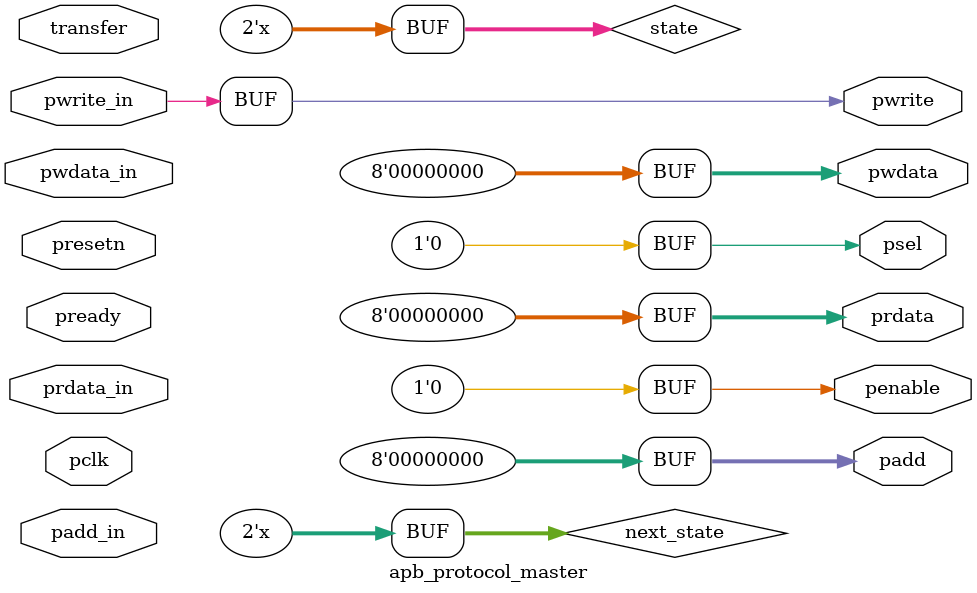
<source format=v>
`timescale 1ns / 1ps


module apb_protocol_master(
input wire presetn,
input wire pclk,
input wire transfer,
input wire pwrite_in,
//input wire read,
input wire [7:0] padd_in,
input wire [7:0] pwdata_in,
input wire [7:0] prdata_in,
input wire pready,

output reg penable,
output reg psel,
output reg [7:0] padd,
output reg [7:0] pwdata,
output reg [7:0] prdata,
output wire pwrite
);
 
 assign pwrite=pwrite_in;

 localparam
 IDLE = 2'b00,
 SETUP = 2'b01,
 ACCESS = 2'b10;
 
 reg [1:0]state;
 reg [1:0]next_state;
 
 always@(posedge pclk or negedge presetn)begin
 if (!presetn)
 state<=IDLE; 
 else
 state<=next_state;
 end
 
 always@(*)begin
 psel=1'b0;
 penable=1'b0;
 padd=8'b0;
 prdata=32'b0;
 pwdata=32'b0;
 next_state=state;
 
 case(state)
 IDLE:begin
 padd=8'b0;
 pwdata=8'b0;
 if (transfer)
 next_state=SETUP;
 else
 state=IDLE;
 end
 
 SETUP:begin
 psel=1'b1;
 penable=1'b0;
 padd=padd_in;
 prdata=prdata_in;
 next_state=ACCESS;
 end
 
 ACCESS:begin
 psel=1'b1;
 penable=1'b1;
 if (pready) begin
    if (pwrite) begin
        pwdata=pwdata_in;
        end
        else begin
        prdata=prdata_in;
        end
        next_state=(transfer)?SETUP:IDLE;
        end
        end
 endcase
 end
endmodule
</source>
